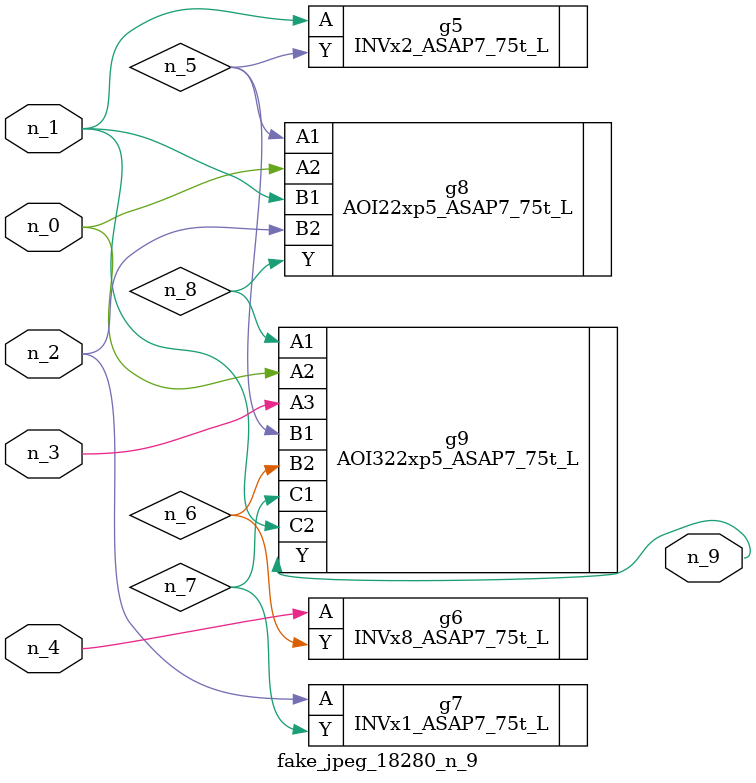
<source format=v>
module fake_jpeg_18280_n_9 (n_3, n_2, n_1, n_0, n_4, n_9);

input n_3;
input n_2;
input n_1;
input n_0;
input n_4;

output n_9;

wire n_8;
wire n_6;
wire n_5;
wire n_7;

INVx2_ASAP7_75t_L g5 ( 
.A(n_1),
.Y(n_5)
);

INVx8_ASAP7_75t_L g6 ( 
.A(n_4),
.Y(n_6)
);

INVx1_ASAP7_75t_L g7 ( 
.A(n_2),
.Y(n_7)
);

AOI22xp5_ASAP7_75t_L g8 ( 
.A1(n_5),
.A2(n_0),
.B1(n_1),
.B2(n_2),
.Y(n_8)
);

AOI322xp5_ASAP7_75t_L g9 ( 
.A1(n_8),
.A2(n_0),
.A3(n_3),
.B1(n_5),
.B2(n_6),
.C1(n_7),
.C2(n_1),
.Y(n_9)
);


endmodule
</source>
